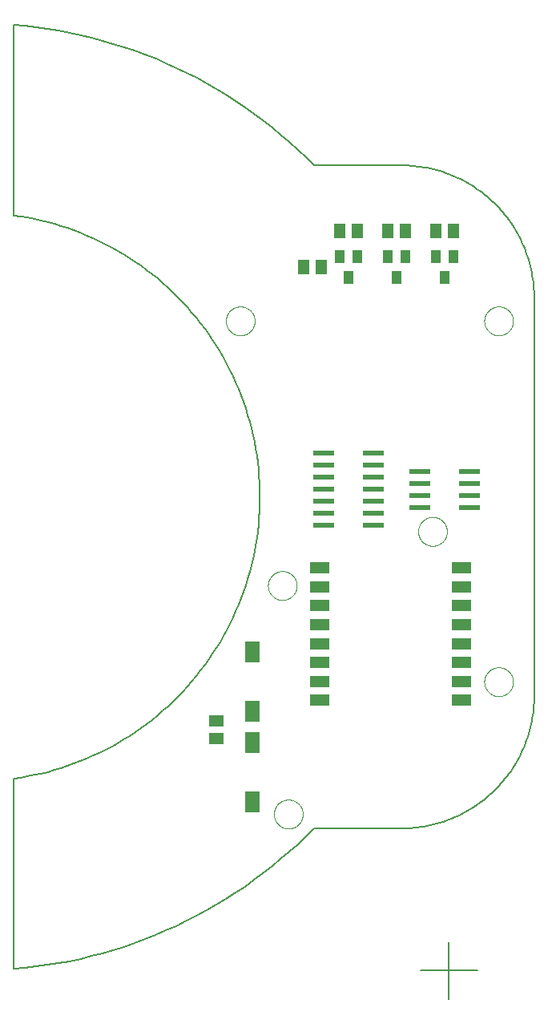
<source format=gtp>
G75*
%MOIN*%
%OFA0B0*%
%FSLAX25Y25*%
%IPPOS*%
%LPD*%
%AMOC8*
5,1,8,0,0,1.08239X$1,22.5*
%
%ADD10C,0.00600*%
%ADD11C,0.00000*%
%ADD12R,0.03937X0.05512*%
%ADD13R,0.05118X0.05906*%
%ADD14R,0.08661X0.02362*%
%ADD15R,0.07874X0.04724*%
%ADD16R,0.06299X0.09055*%
%ADD17R,0.05906X0.05118*%
D10*
X0001300Y0013742D02*
X0001300Y0092906D01*
X0001300Y0013742D02*
X0005974Y0014173D01*
X0010636Y0014716D01*
X0015284Y0015369D01*
X0019914Y0016133D01*
X0024526Y0017008D01*
X0029115Y0017992D01*
X0033680Y0019085D01*
X0038217Y0020287D01*
X0042724Y0021596D01*
X0047198Y0023013D01*
X0051638Y0024536D01*
X0056040Y0026164D01*
X0060402Y0027897D01*
X0064721Y0029733D01*
X0068996Y0031672D01*
X0073223Y0033712D01*
X0077400Y0035852D01*
X0081525Y0038091D01*
X0085595Y0040428D01*
X0089609Y0042862D01*
X0093563Y0045390D01*
X0097456Y0048012D01*
X0101285Y0050726D01*
X0105049Y0053531D01*
X0108744Y0056424D01*
X0112370Y0059405D01*
X0115923Y0062471D01*
X0119403Y0065621D01*
X0122806Y0068854D01*
X0126131Y0072166D01*
X0162717Y0072166D01*
X0182402Y0024922D02*
X0182402Y0001300D01*
X0170591Y0013111D02*
X0194213Y0013111D01*
X0217835Y0127284D02*
X0217835Y0292639D01*
X0217819Y0293971D01*
X0217771Y0295302D01*
X0217690Y0296631D01*
X0217578Y0297959D01*
X0217433Y0299283D01*
X0217257Y0300603D01*
X0217048Y0301919D01*
X0216808Y0303229D01*
X0216536Y0304533D01*
X0216233Y0305830D01*
X0215899Y0307119D01*
X0215534Y0308400D01*
X0215137Y0309671D01*
X0214710Y0310933D01*
X0214253Y0312184D01*
X0213766Y0313424D01*
X0213249Y0314651D01*
X0212702Y0315866D01*
X0212126Y0317067D01*
X0211522Y0318254D01*
X0210888Y0319425D01*
X0210227Y0320582D01*
X0209538Y0321721D01*
X0208822Y0322844D01*
X0208078Y0323950D01*
X0207308Y0325037D01*
X0206513Y0326105D01*
X0205691Y0327153D01*
X0204845Y0328181D01*
X0203973Y0329189D01*
X0203078Y0330175D01*
X0202159Y0331140D01*
X0201218Y0332081D01*
X0200253Y0333000D01*
X0199267Y0333895D01*
X0198259Y0334767D01*
X0197231Y0335613D01*
X0196183Y0336435D01*
X0195115Y0337230D01*
X0194028Y0338000D01*
X0192922Y0338744D01*
X0191799Y0339460D01*
X0190660Y0340149D01*
X0189503Y0340810D01*
X0188332Y0341444D01*
X0187145Y0342048D01*
X0185944Y0342624D01*
X0184729Y0343171D01*
X0183502Y0343688D01*
X0182262Y0344175D01*
X0181011Y0344632D01*
X0179749Y0345059D01*
X0178478Y0345456D01*
X0177197Y0345821D01*
X0175908Y0346155D01*
X0174611Y0346458D01*
X0173307Y0346730D01*
X0171997Y0346970D01*
X0170681Y0347179D01*
X0169361Y0347355D01*
X0168037Y0347500D01*
X0166709Y0347612D01*
X0165380Y0347693D01*
X0164049Y0347741D01*
X0162717Y0347757D01*
X0126131Y0347757D01*
X0217835Y0127284D02*
X0217819Y0125952D01*
X0217771Y0124621D01*
X0217690Y0123292D01*
X0217578Y0121964D01*
X0217433Y0120640D01*
X0217257Y0119320D01*
X0217048Y0118004D01*
X0216808Y0116694D01*
X0216536Y0115390D01*
X0216233Y0114093D01*
X0215899Y0112804D01*
X0215534Y0111523D01*
X0215137Y0110252D01*
X0214710Y0108990D01*
X0214253Y0107739D01*
X0213766Y0106499D01*
X0213249Y0105272D01*
X0212702Y0104057D01*
X0212126Y0102856D01*
X0211522Y0101669D01*
X0210888Y0100498D01*
X0210227Y0099341D01*
X0209538Y0098202D01*
X0208822Y0097079D01*
X0208078Y0095973D01*
X0207308Y0094886D01*
X0206513Y0093818D01*
X0205691Y0092770D01*
X0204845Y0091742D01*
X0203973Y0090734D01*
X0203078Y0089748D01*
X0202159Y0088783D01*
X0201218Y0087842D01*
X0200253Y0086923D01*
X0199267Y0086028D01*
X0198259Y0085156D01*
X0197231Y0084310D01*
X0196183Y0083488D01*
X0195115Y0082693D01*
X0194028Y0081923D01*
X0192922Y0081179D01*
X0191799Y0080463D01*
X0190660Y0079774D01*
X0189503Y0079113D01*
X0188332Y0078479D01*
X0187145Y0077875D01*
X0185944Y0077299D01*
X0184729Y0076752D01*
X0183502Y0076235D01*
X0182262Y0075748D01*
X0181011Y0075291D01*
X0179749Y0074864D01*
X0178478Y0074467D01*
X0177197Y0074102D01*
X0175908Y0073768D01*
X0174611Y0073465D01*
X0173307Y0073193D01*
X0171997Y0072953D01*
X0170681Y0072744D01*
X0169361Y0072568D01*
X0168037Y0072423D01*
X0166709Y0072311D01*
X0165380Y0072230D01*
X0164049Y0072182D01*
X0162717Y0072166D01*
X0001300Y0092906D02*
X0004146Y0093324D01*
X0006981Y0093811D01*
X0009804Y0094368D01*
X0012612Y0094993D01*
X0015404Y0095686D01*
X0018178Y0096447D01*
X0020933Y0097275D01*
X0023667Y0098170D01*
X0026378Y0099131D01*
X0029065Y0100159D01*
X0031727Y0101251D01*
X0034361Y0102408D01*
X0036965Y0103628D01*
X0039540Y0104912D01*
X0042082Y0106258D01*
X0044591Y0107666D01*
X0047065Y0109134D01*
X0049502Y0110662D01*
X0051902Y0112249D01*
X0054262Y0113894D01*
X0056581Y0115596D01*
X0058858Y0117353D01*
X0061092Y0119166D01*
X0063281Y0121033D01*
X0065424Y0122952D01*
X0067519Y0124923D01*
X0069566Y0126945D01*
X0071563Y0129016D01*
X0073509Y0131134D01*
X0075402Y0133300D01*
X0077243Y0135511D01*
X0079029Y0137766D01*
X0080759Y0140064D01*
X0082433Y0142404D01*
X0084050Y0144783D01*
X0085608Y0147201D01*
X0087107Y0149657D01*
X0088545Y0152148D01*
X0089923Y0154674D01*
X0091238Y0157232D01*
X0092491Y0159821D01*
X0093681Y0162441D01*
X0094806Y0165088D01*
X0095866Y0167763D01*
X0096861Y0170462D01*
X0097790Y0173184D01*
X0098653Y0175929D01*
X0099448Y0178693D01*
X0100176Y0181477D01*
X0100835Y0184277D01*
X0101427Y0187092D01*
X0101949Y0189921D01*
X0102403Y0192762D01*
X0102787Y0195612D01*
X0103102Y0198472D01*
X0103347Y0201338D01*
X0103522Y0204210D01*
X0103627Y0207084D01*
X0103662Y0209961D01*
X0103627Y0212838D01*
X0103522Y0215712D01*
X0103347Y0218584D01*
X0103102Y0221450D01*
X0102787Y0224310D01*
X0102403Y0227160D01*
X0101949Y0230001D01*
X0101427Y0232830D01*
X0100835Y0235645D01*
X0100176Y0238445D01*
X0099448Y0241229D01*
X0098653Y0243993D01*
X0097790Y0246738D01*
X0096861Y0249460D01*
X0095866Y0252159D01*
X0094806Y0254834D01*
X0093681Y0257481D01*
X0092491Y0260101D01*
X0091238Y0262690D01*
X0089923Y0265248D01*
X0088545Y0267774D01*
X0087107Y0270265D01*
X0085608Y0272721D01*
X0084050Y0275139D01*
X0082433Y0277518D01*
X0080759Y0279858D01*
X0079029Y0282156D01*
X0077243Y0284411D01*
X0075402Y0286622D01*
X0073509Y0288788D01*
X0071563Y0290906D01*
X0069566Y0292977D01*
X0067519Y0294999D01*
X0065424Y0296970D01*
X0063281Y0298889D01*
X0061092Y0300756D01*
X0058858Y0302569D01*
X0056581Y0304326D01*
X0054262Y0306028D01*
X0051902Y0307673D01*
X0049502Y0309260D01*
X0047065Y0310788D01*
X0044591Y0312256D01*
X0042082Y0313664D01*
X0039540Y0315010D01*
X0036965Y0316294D01*
X0034361Y0317514D01*
X0031727Y0318671D01*
X0029065Y0319763D01*
X0026378Y0320791D01*
X0023667Y0321752D01*
X0020933Y0322647D01*
X0018178Y0323475D01*
X0015404Y0324236D01*
X0012612Y0324929D01*
X0009804Y0325554D01*
X0006981Y0326111D01*
X0004146Y0326598D01*
X0001300Y0327016D01*
X0001300Y0327017D02*
X0001300Y0406220D01*
X0005974Y0405787D01*
X0010636Y0405244D01*
X0015285Y0404589D01*
X0019916Y0403823D01*
X0024528Y0402948D01*
X0029117Y0401962D01*
X0033682Y0400868D01*
X0038219Y0399665D01*
X0042726Y0398354D01*
X0047201Y0396936D01*
X0051641Y0395412D01*
X0056043Y0393782D01*
X0060405Y0392048D01*
X0064725Y0390210D01*
X0068999Y0388270D01*
X0073226Y0386229D01*
X0077403Y0384087D01*
X0081528Y0381847D01*
X0085598Y0379508D01*
X0089612Y0377074D01*
X0093566Y0374544D01*
X0097458Y0371921D01*
X0101288Y0369205D01*
X0105051Y0366400D01*
X0108746Y0363505D01*
X0112371Y0360523D01*
X0115924Y0357455D01*
X0119403Y0354304D01*
X0122806Y0351070D01*
X0126131Y0347756D01*
D11*
X0089552Y0283111D02*
X0089554Y0283265D01*
X0089560Y0283420D01*
X0089570Y0283574D01*
X0089584Y0283728D01*
X0089602Y0283881D01*
X0089623Y0284034D01*
X0089649Y0284187D01*
X0089679Y0284338D01*
X0089712Y0284489D01*
X0089750Y0284639D01*
X0089791Y0284788D01*
X0089836Y0284936D01*
X0089885Y0285082D01*
X0089938Y0285228D01*
X0089994Y0285371D01*
X0090054Y0285514D01*
X0090118Y0285654D01*
X0090185Y0285794D01*
X0090256Y0285931D01*
X0090330Y0286066D01*
X0090408Y0286200D01*
X0090489Y0286331D01*
X0090574Y0286460D01*
X0090662Y0286588D01*
X0090753Y0286712D01*
X0090847Y0286835D01*
X0090945Y0286955D01*
X0091045Y0287072D01*
X0091149Y0287187D01*
X0091255Y0287299D01*
X0091364Y0287408D01*
X0091476Y0287514D01*
X0091591Y0287618D01*
X0091708Y0287718D01*
X0091828Y0287816D01*
X0091951Y0287910D01*
X0092075Y0288001D01*
X0092203Y0288089D01*
X0092332Y0288174D01*
X0092463Y0288255D01*
X0092597Y0288333D01*
X0092732Y0288407D01*
X0092869Y0288478D01*
X0093009Y0288545D01*
X0093149Y0288609D01*
X0093292Y0288669D01*
X0093435Y0288725D01*
X0093581Y0288778D01*
X0093727Y0288827D01*
X0093875Y0288872D01*
X0094024Y0288913D01*
X0094174Y0288951D01*
X0094325Y0288984D01*
X0094476Y0289014D01*
X0094629Y0289040D01*
X0094782Y0289061D01*
X0094935Y0289079D01*
X0095089Y0289093D01*
X0095243Y0289103D01*
X0095398Y0289109D01*
X0095552Y0289111D01*
X0095706Y0289109D01*
X0095861Y0289103D01*
X0096015Y0289093D01*
X0096169Y0289079D01*
X0096322Y0289061D01*
X0096475Y0289040D01*
X0096628Y0289014D01*
X0096779Y0288984D01*
X0096930Y0288951D01*
X0097080Y0288913D01*
X0097229Y0288872D01*
X0097377Y0288827D01*
X0097523Y0288778D01*
X0097669Y0288725D01*
X0097812Y0288669D01*
X0097955Y0288609D01*
X0098095Y0288545D01*
X0098235Y0288478D01*
X0098372Y0288407D01*
X0098507Y0288333D01*
X0098641Y0288255D01*
X0098772Y0288174D01*
X0098901Y0288089D01*
X0099029Y0288001D01*
X0099153Y0287910D01*
X0099276Y0287816D01*
X0099396Y0287718D01*
X0099513Y0287618D01*
X0099628Y0287514D01*
X0099740Y0287408D01*
X0099849Y0287299D01*
X0099955Y0287187D01*
X0100059Y0287072D01*
X0100159Y0286955D01*
X0100257Y0286835D01*
X0100351Y0286712D01*
X0100442Y0286588D01*
X0100530Y0286460D01*
X0100615Y0286331D01*
X0100696Y0286200D01*
X0100774Y0286066D01*
X0100848Y0285931D01*
X0100919Y0285794D01*
X0100986Y0285654D01*
X0101050Y0285514D01*
X0101110Y0285371D01*
X0101166Y0285228D01*
X0101219Y0285082D01*
X0101268Y0284936D01*
X0101313Y0284788D01*
X0101354Y0284639D01*
X0101392Y0284489D01*
X0101425Y0284338D01*
X0101455Y0284187D01*
X0101481Y0284034D01*
X0101502Y0283881D01*
X0101520Y0283728D01*
X0101534Y0283574D01*
X0101544Y0283420D01*
X0101550Y0283265D01*
X0101552Y0283111D01*
X0101550Y0282957D01*
X0101544Y0282802D01*
X0101534Y0282648D01*
X0101520Y0282494D01*
X0101502Y0282341D01*
X0101481Y0282188D01*
X0101455Y0282035D01*
X0101425Y0281884D01*
X0101392Y0281733D01*
X0101354Y0281583D01*
X0101313Y0281434D01*
X0101268Y0281286D01*
X0101219Y0281140D01*
X0101166Y0280994D01*
X0101110Y0280851D01*
X0101050Y0280708D01*
X0100986Y0280568D01*
X0100919Y0280428D01*
X0100848Y0280291D01*
X0100774Y0280156D01*
X0100696Y0280022D01*
X0100615Y0279891D01*
X0100530Y0279762D01*
X0100442Y0279634D01*
X0100351Y0279510D01*
X0100257Y0279387D01*
X0100159Y0279267D01*
X0100059Y0279150D01*
X0099955Y0279035D01*
X0099849Y0278923D01*
X0099740Y0278814D01*
X0099628Y0278708D01*
X0099513Y0278604D01*
X0099396Y0278504D01*
X0099276Y0278406D01*
X0099153Y0278312D01*
X0099029Y0278221D01*
X0098901Y0278133D01*
X0098772Y0278048D01*
X0098641Y0277967D01*
X0098507Y0277889D01*
X0098372Y0277815D01*
X0098235Y0277744D01*
X0098095Y0277677D01*
X0097955Y0277613D01*
X0097812Y0277553D01*
X0097669Y0277497D01*
X0097523Y0277444D01*
X0097377Y0277395D01*
X0097229Y0277350D01*
X0097080Y0277309D01*
X0096930Y0277271D01*
X0096779Y0277238D01*
X0096628Y0277208D01*
X0096475Y0277182D01*
X0096322Y0277161D01*
X0096169Y0277143D01*
X0096015Y0277129D01*
X0095861Y0277119D01*
X0095706Y0277113D01*
X0095552Y0277111D01*
X0095398Y0277113D01*
X0095243Y0277119D01*
X0095089Y0277129D01*
X0094935Y0277143D01*
X0094782Y0277161D01*
X0094629Y0277182D01*
X0094476Y0277208D01*
X0094325Y0277238D01*
X0094174Y0277271D01*
X0094024Y0277309D01*
X0093875Y0277350D01*
X0093727Y0277395D01*
X0093581Y0277444D01*
X0093435Y0277497D01*
X0093292Y0277553D01*
X0093149Y0277613D01*
X0093009Y0277677D01*
X0092869Y0277744D01*
X0092732Y0277815D01*
X0092597Y0277889D01*
X0092463Y0277967D01*
X0092332Y0278048D01*
X0092203Y0278133D01*
X0092075Y0278221D01*
X0091951Y0278312D01*
X0091828Y0278406D01*
X0091708Y0278504D01*
X0091591Y0278604D01*
X0091476Y0278708D01*
X0091364Y0278814D01*
X0091255Y0278923D01*
X0091149Y0279035D01*
X0091045Y0279150D01*
X0090945Y0279267D01*
X0090847Y0279387D01*
X0090753Y0279510D01*
X0090662Y0279634D01*
X0090574Y0279762D01*
X0090489Y0279891D01*
X0090408Y0280022D01*
X0090330Y0280156D01*
X0090256Y0280291D01*
X0090185Y0280428D01*
X0090118Y0280568D01*
X0090054Y0280708D01*
X0089994Y0280851D01*
X0089938Y0280994D01*
X0089885Y0281140D01*
X0089836Y0281286D01*
X0089791Y0281434D01*
X0089750Y0281583D01*
X0089712Y0281733D01*
X0089679Y0281884D01*
X0089649Y0282035D01*
X0089623Y0282188D01*
X0089602Y0282341D01*
X0089584Y0282494D01*
X0089570Y0282648D01*
X0089560Y0282802D01*
X0089554Y0282957D01*
X0089552Y0283111D01*
X0107052Y0173111D02*
X0107054Y0173265D01*
X0107060Y0173420D01*
X0107070Y0173574D01*
X0107084Y0173728D01*
X0107102Y0173881D01*
X0107123Y0174034D01*
X0107149Y0174187D01*
X0107179Y0174338D01*
X0107212Y0174489D01*
X0107250Y0174639D01*
X0107291Y0174788D01*
X0107336Y0174936D01*
X0107385Y0175082D01*
X0107438Y0175228D01*
X0107494Y0175371D01*
X0107554Y0175514D01*
X0107618Y0175654D01*
X0107685Y0175794D01*
X0107756Y0175931D01*
X0107830Y0176066D01*
X0107908Y0176200D01*
X0107989Y0176331D01*
X0108074Y0176460D01*
X0108162Y0176588D01*
X0108253Y0176712D01*
X0108347Y0176835D01*
X0108445Y0176955D01*
X0108545Y0177072D01*
X0108649Y0177187D01*
X0108755Y0177299D01*
X0108864Y0177408D01*
X0108976Y0177514D01*
X0109091Y0177618D01*
X0109208Y0177718D01*
X0109328Y0177816D01*
X0109451Y0177910D01*
X0109575Y0178001D01*
X0109703Y0178089D01*
X0109832Y0178174D01*
X0109963Y0178255D01*
X0110097Y0178333D01*
X0110232Y0178407D01*
X0110369Y0178478D01*
X0110509Y0178545D01*
X0110649Y0178609D01*
X0110792Y0178669D01*
X0110935Y0178725D01*
X0111081Y0178778D01*
X0111227Y0178827D01*
X0111375Y0178872D01*
X0111524Y0178913D01*
X0111674Y0178951D01*
X0111825Y0178984D01*
X0111976Y0179014D01*
X0112129Y0179040D01*
X0112282Y0179061D01*
X0112435Y0179079D01*
X0112589Y0179093D01*
X0112743Y0179103D01*
X0112898Y0179109D01*
X0113052Y0179111D01*
X0113206Y0179109D01*
X0113361Y0179103D01*
X0113515Y0179093D01*
X0113669Y0179079D01*
X0113822Y0179061D01*
X0113975Y0179040D01*
X0114128Y0179014D01*
X0114279Y0178984D01*
X0114430Y0178951D01*
X0114580Y0178913D01*
X0114729Y0178872D01*
X0114877Y0178827D01*
X0115023Y0178778D01*
X0115169Y0178725D01*
X0115312Y0178669D01*
X0115455Y0178609D01*
X0115595Y0178545D01*
X0115735Y0178478D01*
X0115872Y0178407D01*
X0116007Y0178333D01*
X0116141Y0178255D01*
X0116272Y0178174D01*
X0116401Y0178089D01*
X0116529Y0178001D01*
X0116653Y0177910D01*
X0116776Y0177816D01*
X0116896Y0177718D01*
X0117013Y0177618D01*
X0117128Y0177514D01*
X0117240Y0177408D01*
X0117349Y0177299D01*
X0117455Y0177187D01*
X0117559Y0177072D01*
X0117659Y0176955D01*
X0117757Y0176835D01*
X0117851Y0176712D01*
X0117942Y0176588D01*
X0118030Y0176460D01*
X0118115Y0176331D01*
X0118196Y0176200D01*
X0118274Y0176066D01*
X0118348Y0175931D01*
X0118419Y0175794D01*
X0118486Y0175654D01*
X0118550Y0175514D01*
X0118610Y0175371D01*
X0118666Y0175228D01*
X0118719Y0175082D01*
X0118768Y0174936D01*
X0118813Y0174788D01*
X0118854Y0174639D01*
X0118892Y0174489D01*
X0118925Y0174338D01*
X0118955Y0174187D01*
X0118981Y0174034D01*
X0119002Y0173881D01*
X0119020Y0173728D01*
X0119034Y0173574D01*
X0119044Y0173420D01*
X0119050Y0173265D01*
X0119052Y0173111D01*
X0119050Y0172957D01*
X0119044Y0172802D01*
X0119034Y0172648D01*
X0119020Y0172494D01*
X0119002Y0172341D01*
X0118981Y0172188D01*
X0118955Y0172035D01*
X0118925Y0171884D01*
X0118892Y0171733D01*
X0118854Y0171583D01*
X0118813Y0171434D01*
X0118768Y0171286D01*
X0118719Y0171140D01*
X0118666Y0170994D01*
X0118610Y0170851D01*
X0118550Y0170708D01*
X0118486Y0170568D01*
X0118419Y0170428D01*
X0118348Y0170291D01*
X0118274Y0170156D01*
X0118196Y0170022D01*
X0118115Y0169891D01*
X0118030Y0169762D01*
X0117942Y0169634D01*
X0117851Y0169510D01*
X0117757Y0169387D01*
X0117659Y0169267D01*
X0117559Y0169150D01*
X0117455Y0169035D01*
X0117349Y0168923D01*
X0117240Y0168814D01*
X0117128Y0168708D01*
X0117013Y0168604D01*
X0116896Y0168504D01*
X0116776Y0168406D01*
X0116653Y0168312D01*
X0116529Y0168221D01*
X0116401Y0168133D01*
X0116272Y0168048D01*
X0116141Y0167967D01*
X0116007Y0167889D01*
X0115872Y0167815D01*
X0115735Y0167744D01*
X0115595Y0167677D01*
X0115455Y0167613D01*
X0115312Y0167553D01*
X0115169Y0167497D01*
X0115023Y0167444D01*
X0114877Y0167395D01*
X0114729Y0167350D01*
X0114580Y0167309D01*
X0114430Y0167271D01*
X0114279Y0167238D01*
X0114128Y0167208D01*
X0113975Y0167182D01*
X0113822Y0167161D01*
X0113669Y0167143D01*
X0113515Y0167129D01*
X0113361Y0167119D01*
X0113206Y0167113D01*
X0113052Y0167111D01*
X0112898Y0167113D01*
X0112743Y0167119D01*
X0112589Y0167129D01*
X0112435Y0167143D01*
X0112282Y0167161D01*
X0112129Y0167182D01*
X0111976Y0167208D01*
X0111825Y0167238D01*
X0111674Y0167271D01*
X0111524Y0167309D01*
X0111375Y0167350D01*
X0111227Y0167395D01*
X0111081Y0167444D01*
X0110935Y0167497D01*
X0110792Y0167553D01*
X0110649Y0167613D01*
X0110509Y0167677D01*
X0110369Y0167744D01*
X0110232Y0167815D01*
X0110097Y0167889D01*
X0109963Y0167967D01*
X0109832Y0168048D01*
X0109703Y0168133D01*
X0109575Y0168221D01*
X0109451Y0168312D01*
X0109328Y0168406D01*
X0109208Y0168504D01*
X0109091Y0168604D01*
X0108976Y0168708D01*
X0108864Y0168814D01*
X0108755Y0168923D01*
X0108649Y0169035D01*
X0108545Y0169150D01*
X0108445Y0169267D01*
X0108347Y0169387D01*
X0108253Y0169510D01*
X0108162Y0169634D01*
X0108074Y0169762D01*
X0107989Y0169891D01*
X0107908Y0170022D01*
X0107830Y0170156D01*
X0107756Y0170291D01*
X0107685Y0170428D01*
X0107618Y0170568D01*
X0107554Y0170708D01*
X0107494Y0170851D01*
X0107438Y0170994D01*
X0107385Y0171140D01*
X0107336Y0171286D01*
X0107291Y0171434D01*
X0107250Y0171583D01*
X0107212Y0171733D01*
X0107179Y0171884D01*
X0107149Y0172035D01*
X0107123Y0172188D01*
X0107102Y0172341D01*
X0107084Y0172494D01*
X0107070Y0172648D01*
X0107060Y0172802D01*
X0107054Y0172957D01*
X0107052Y0173111D01*
X0109552Y0078111D02*
X0109554Y0078265D01*
X0109560Y0078420D01*
X0109570Y0078574D01*
X0109584Y0078728D01*
X0109602Y0078881D01*
X0109623Y0079034D01*
X0109649Y0079187D01*
X0109679Y0079338D01*
X0109712Y0079489D01*
X0109750Y0079639D01*
X0109791Y0079788D01*
X0109836Y0079936D01*
X0109885Y0080082D01*
X0109938Y0080228D01*
X0109994Y0080371D01*
X0110054Y0080514D01*
X0110118Y0080654D01*
X0110185Y0080794D01*
X0110256Y0080931D01*
X0110330Y0081066D01*
X0110408Y0081200D01*
X0110489Y0081331D01*
X0110574Y0081460D01*
X0110662Y0081588D01*
X0110753Y0081712D01*
X0110847Y0081835D01*
X0110945Y0081955D01*
X0111045Y0082072D01*
X0111149Y0082187D01*
X0111255Y0082299D01*
X0111364Y0082408D01*
X0111476Y0082514D01*
X0111591Y0082618D01*
X0111708Y0082718D01*
X0111828Y0082816D01*
X0111951Y0082910D01*
X0112075Y0083001D01*
X0112203Y0083089D01*
X0112332Y0083174D01*
X0112463Y0083255D01*
X0112597Y0083333D01*
X0112732Y0083407D01*
X0112869Y0083478D01*
X0113009Y0083545D01*
X0113149Y0083609D01*
X0113292Y0083669D01*
X0113435Y0083725D01*
X0113581Y0083778D01*
X0113727Y0083827D01*
X0113875Y0083872D01*
X0114024Y0083913D01*
X0114174Y0083951D01*
X0114325Y0083984D01*
X0114476Y0084014D01*
X0114629Y0084040D01*
X0114782Y0084061D01*
X0114935Y0084079D01*
X0115089Y0084093D01*
X0115243Y0084103D01*
X0115398Y0084109D01*
X0115552Y0084111D01*
X0115706Y0084109D01*
X0115861Y0084103D01*
X0116015Y0084093D01*
X0116169Y0084079D01*
X0116322Y0084061D01*
X0116475Y0084040D01*
X0116628Y0084014D01*
X0116779Y0083984D01*
X0116930Y0083951D01*
X0117080Y0083913D01*
X0117229Y0083872D01*
X0117377Y0083827D01*
X0117523Y0083778D01*
X0117669Y0083725D01*
X0117812Y0083669D01*
X0117955Y0083609D01*
X0118095Y0083545D01*
X0118235Y0083478D01*
X0118372Y0083407D01*
X0118507Y0083333D01*
X0118641Y0083255D01*
X0118772Y0083174D01*
X0118901Y0083089D01*
X0119029Y0083001D01*
X0119153Y0082910D01*
X0119276Y0082816D01*
X0119396Y0082718D01*
X0119513Y0082618D01*
X0119628Y0082514D01*
X0119740Y0082408D01*
X0119849Y0082299D01*
X0119955Y0082187D01*
X0120059Y0082072D01*
X0120159Y0081955D01*
X0120257Y0081835D01*
X0120351Y0081712D01*
X0120442Y0081588D01*
X0120530Y0081460D01*
X0120615Y0081331D01*
X0120696Y0081200D01*
X0120774Y0081066D01*
X0120848Y0080931D01*
X0120919Y0080794D01*
X0120986Y0080654D01*
X0121050Y0080514D01*
X0121110Y0080371D01*
X0121166Y0080228D01*
X0121219Y0080082D01*
X0121268Y0079936D01*
X0121313Y0079788D01*
X0121354Y0079639D01*
X0121392Y0079489D01*
X0121425Y0079338D01*
X0121455Y0079187D01*
X0121481Y0079034D01*
X0121502Y0078881D01*
X0121520Y0078728D01*
X0121534Y0078574D01*
X0121544Y0078420D01*
X0121550Y0078265D01*
X0121552Y0078111D01*
X0121550Y0077957D01*
X0121544Y0077802D01*
X0121534Y0077648D01*
X0121520Y0077494D01*
X0121502Y0077341D01*
X0121481Y0077188D01*
X0121455Y0077035D01*
X0121425Y0076884D01*
X0121392Y0076733D01*
X0121354Y0076583D01*
X0121313Y0076434D01*
X0121268Y0076286D01*
X0121219Y0076140D01*
X0121166Y0075994D01*
X0121110Y0075851D01*
X0121050Y0075708D01*
X0120986Y0075568D01*
X0120919Y0075428D01*
X0120848Y0075291D01*
X0120774Y0075156D01*
X0120696Y0075022D01*
X0120615Y0074891D01*
X0120530Y0074762D01*
X0120442Y0074634D01*
X0120351Y0074510D01*
X0120257Y0074387D01*
X0120159Y0074267D01*
X0120059Y0074150D01*
X0119955Y0074035D01*
X0119849Y0073923D01*
X0119740Y0073814D01*
X0119628Y0073708D01*
X0119513Y0073604D01*
X0119396Y0073504D01*
X0119276Y0073406D01*
X0119153Y0073312D01*
X0119029Y0073221D01*
X0118901Y0073133D01*
X0118772Y0073048D01*
X0118641Y0072967D01*
X0118507Y0072889D01*
X0118372Y0072815D01*
X0118235Y0072744D01*
X0118095Y0072677D01*
X0117955Y0072613D01*
X0117812Y0072553D01*
X0117669Y0072497D01*
X0117523Y0072444D01*
X0117377Y0072395D01*
X0117229Y0072350D01*
X0117080Y0072309D01*
X0116930Y0072271D01*
X0116779Y0072238D01*
X0116628Y0072208D01*
X0116475Y0072182D01*
X0116322Y0072161D01*
X0116169Y0072143D01*
X0116015Y0072129D01*
X0115861Y0072119D01*
X0115706Y0072113D01*
X0115552Y0072111D01*
X0115398Y0072113D01*
X0115243Y0072119D01*
X0115089Y0072129D01*
X0114935Y0072143D01*
X0114782Y0072161D01*
X0114629Y0072182D01*
X0114476Y0072208D01*
X0114325Y0072238D01*
X0114174Y0072271D01*
X0114024Y0072309D01*
X0113875Y0072350D01*
X0113727Y0072395D01*
X0113581Y0072444D01*
X0113435Y0072497D01*
X0113292Y0072553D01*
X0113149Y0072613D01*
X0113009Y0072677D01*
X0112869Y0072744D01*
X0112732Y0072815D01*
X0112597Y0072889D01*
X0112463Y0072967D01*
X0112332Y0073048D01*
X0112203Y0073133D01*
X0112075Y0073221D01*
X0111951Y0073312D01*
X0111828Y0073406D01*
X0111708Y0073504D01*
X0111591Y0073604D01*
X0111476Y0073708D01*
X0111364Y0073814D01*
X0111255Y0073923D01*
X0111149Y0074035D01*
X0111045Y0074150D01*
X0110945Y0074267D01*
X0110847Y0074387D01*
X0110753Y0074510D01*
X0110662Y0074634D01*
X0110574Y0074762D01*
X0110489Y0074891D01*
X0110408Y0075022D01*
X0110330Y0075156D01*
X0110256Y0075291D01*
X0110185Y0075428D01*
X0110118Y0075568D01*
X0110054Y0075708D01*
X0109994Y0075851D01*
X0109938Y0075994D01*
X0109885Y0076140D01*
X0109836Y0076286D01*
X0109791Y0076434D01*
X0109750Y0076583D01*
X0109712Y0076733D01*
X0109679Y0076884D01*
X0109649Y0077035D01*
X0109623Y0077188D01*
X0109602Y0077341D01*
X0109584Y0077494D01*
X0109570Y0077648D01*
X0109560Y0077802D01*
X0109554Y0077957D01*
X0109552Y0078111D01*
X0169552Y0195611D02*
X0169554Y0195765D01*
X0169560Y0195920D01*
X0169570Y0196074D01*
X0169584Y0196228D01*
X0169602Y0196381D01*
X0169623Y0196534D01*
X0169649Y0196687D01*
X0169679Y0196838D01*
X0169712Y0196989D01*
X0169750Y0197139D01*
X0169791Y0197288D01*
X0169836Y0197436D01*
X0169885Y0197582D01*
X0169938Y0197728D01*
X0169994Y0197871D01*
X0170054Y0198014D01*
X0170118Y0198154D01*
X0170185Y0198294D01*
X0170256Y0198431D01*
X0170330Y0198566D01*
X0170408Y0198700D01*
X0170489Y0198831D01*
X0170574Y0198960D01*
X0170662Y0199088D01*
X0170753Y0199212D01*
X0170847Y0199335D01*
X0170945Y0199455D01*
X0171045Y0199572D01*
X0171149Y0199687D01*
X0171255Y0199799D01*
X0171364Y0199908D01*
X0171476Y0200014D01*
X0171591Y0200118D01*
X0171708Y0200218D01*
X0171828Y0200316D01*
X0171951Y0200410D01*
X0172075Y0200501D01*
X0172203Y0200589D01*
X0172332Y0200674D01*
X0172463Y0200755D01*
X0172597Y0200833D01*
X0172732Y0200907D01*
X0172869Y0200978D01*
X0173009Y0201045D01*
X0173149Y0201109D01*
X0173292Y0201169D01*
X0173435Y0201225D01*
X0173581Y0201278D01*
X0173727Y0201327D01*
X0173875Y0201372D01*
X0174024Y0201413D01*
X0174174Y0201451D01*
X0174325Y0201484D01*
X0174476Y0201514D01*
X0174629Y0201540D01*
X0174782Y0201561D01*
X0174935Y0201579D01*
X0175089Y0201593D01*
X0175243Y0201603D01*
X0175398Y0201609D01*
X0175552Y0201611D01*
X0175706Y0201609D01*
X0175861Y0201603D01*
X0176015Y0201593D01*
X0176169Y0201579D01*
X0176322Y0201561D01*
X0176475Y0201540D01*
X0176628Y0201514D01*
X0176779Y0201484D01*
X0176930Y0201451D01*
X0177080Y0201413D01*
X0177229Y0201372D01*
X0177377Y0201327D01*
X0177523Y0201278D01*
X0177669Y0201225D01*
X0177812Y0201169D01*
X0177955Y0201109D01*
X0178095Y0201045D01*
X0178235Y0200978D01*
X0178372Y0200907D01*
X0178507Y0200833D01*
X0178641Y0200755D01*
X0178772Y0200674D01*
X0178901Y0200589D01*
X0179029Y0200501D01*
X0179153Y0200410D01*
X0179276Y0200316D01*
X0179396Y0200218D01*
X0179513Y0200118D01*
X0179628Y0200014D01*
X0179740Y0199908D01*
X0179849Y0199799D01*
X0179955Y0199687D01*
X0180059Y0199572D01*
X0180159Y0199455D01*
X0180257Y0199335D01*
X0180351Y0199212D01*
X0180442Y0199088D01*
X0180530Y0198960D01*
X0180615Y0198831D01*
X0180696Y0198700D01*
X0180774Y0198566D01*
X0180848Y0198431D01*
X0180919Y0198294D01*
X0180986Y0198154D01*
X0181050Y0198014D01*
X0181110Y0197871D01*
X0181166Y0197728D01*
X0181219Y0197582D01*
X0181268Y0197436D01*
X0181313Y0197288D01*
X0181354Y0197139D01*
X0181392Y0196989D01*
X0181425Y0196838D01*
X0181455Y0196687D01*
X0181481Y0196534D01*
X0181502Y0196381D01*
X0181520Y0196228D01*
X0181534Y0196074D01*
X0181544Y0195920D01*
X0181550Y0195765D01*
X0181552Y0195611D01*
X0181550Y0195457D01*
X0181544Y0195302D01*
X0181534Y0195148D01*
X0181520Y0194994D01*
X0181502Y0194841D01*
X0181481Y0194688D01*
X0181455Y0194535D01*
X0181425Y0194384D01*
X0181392Y0194233D01*
X0181354Y0194083D01*
X0181313Y0193934D01*
X0181268Y0193786D01*
X0181219Y0193640D01*
X0181166Y0193494D01*
X0181110Y0193351D01*
X0181050Y0193208D01*
X0180986Y0193068D01*
X0180919Y0192928D01*
X0180848Y0192791D01*
X0180774Y0192656D01*
X0180696Y0192522D01*
X0180615Y0192391D01*
X0180530Y0192262D01*
X0180442Y0192134D01*
X0180351Y0192010D01*
X0180257Y0191887D01*
X0180159Y0191767D01*
X0180059Y0191650D01*
X0179955Y0191535D01*
X0179849Y0191423D01*
X0179740Y0191314D01*
X0179628Y0191208D01*
X0179513Y0191104D01*
X0179396Y0191004D01*
X0179276Y0190906D01*
X0179153Y0190812D01*
X0179029Y0190721D01*
X0178901Y0190633D01*
X0178772Y0190548D01*
X0178641Y0190467D01*
X0178507Y0190389D01*
X0178372Y0190315D01*
X0178235Y0190244D01*
X0178095Y0190177D01*
X0177955Y0190113D01*
X0177812Y0190053D01*
X0177669Y0189997D01*
X0177523Y0189944D01*
X0177377Y0189895D01*
X0177229Y0189850D01*
X0177080Y0189809D01*
X0176930Y0189771D01*
X0176779Y0189738D01*
X0176628Y0189708D01*
X0176475Y0189682D01*
X0176322Y0189661D01*
X0176169Y0189643D01*
X0176015Y0189629D01*
X0175861Y0189619D01*
X0175706Y0189613D01*
X0175552Y0189611D01*
X0175398Y0189613D01*
X0175243Y0189619D01*
X0175089Y0189629D01*
X0174935Y0189643D01*
X0174782Y0189661D01*
X0174629Y0189682D01*
X0174476Y0189708D01*
X0174325Y0189738D01*
X0174174Y0189771D01*
X0174024Y0189809D01*
X0173875Y0189850D01*
X0173727Y0189895D01*
X0173581Y0189944D01*
X0173435Y0189997D01*
X0173292Y0190053D01*
X0173149Y0190113D01*
X0173009Y0190177D01*
X0172869Y0190244D01*
X0172732Y0190315D01*
X0172597Y0190389D01*
X0172463Y0190467D01*
X0172332Y0190548D01*
X0172203Y0190633D01*
X0172075Y0190721D01*
X0171951Y0190812D01*
X0171828Y0190906D01*
X0171708Y0191004D01*
X0171591Y0191104D01*
X0171476Y0191208D01*
X0171364Y0191314D01*
X0171255Y0191423D01*
X0171149Y0191535D01*
X0171045Y0191650D01*
X0170945Y0191767D01*
X0170847Y0191887D01*
X0170753Y0192010D01*
X0170662Y0192134D01*
X0170574Y0192262D01*
X0170489Y0192391D01*
X0170408Y0192522D01*
X0170330Y0192656D01*
X0170256Y0192791D01*
X0170185Y0192928D01*
X0170118Y0193068D01*
X0170054Y0193208D01*
X0169994Y0193351D01*
X0169938Y0193494D01*
X0169885Y0193640D01*
X0169836Y0193786D01*
X0169791Y0193934D01*
X0169750Y0194083D01*
X0169712Y0194233D01*
X0169679Y0194384D01*
X0169649Y0194535D01*
X0169623Y0194688D01*
X0169602Y0194841D01*
X0169584Y0194994D01*
X0169570Y0195148D01*
X0169560Y0195302D01*
X0169554Y0195457D01*
X0169552Y0195611D01*
X0197052Y0133111D02*
X0197054Y0133265D01*
X0197060Y0133420D01*
X0197070Y0133574D01*
X0197084Y0133728D01*
X0197102Y0133881D01*
X0197123Y0134034D01*
X0197149Y0134187D01*
X0197179Y0134338D01*
X0197212Y0134489D01*
X0197250Y0134639D01*
X0197291Y0134788D01*
X0197336Y0134936D01*
X0197385Y0135082D01*
X0197438Y0135228D01*
X0197494Y0135371D01*
X0197554Y0135514D01*
X0197618Y0135654D01*
X0197685Y0135794D01*
X0197756Y0135931D01*
X0197830Y0136066D01*
X0197908Y0136200D01*
X0197989Y0136331D01*
X0198074Y0136460D01*
X0198162Y0136588D01*
X0198253Y0136712D01*
X0198347Y0136835D01*
X0198445Y0136955D01*
X0198545Y0137072D01*
X0198649Y0137187D01*
X0198755Y0137299D01*
X0198864Y0137408D01*
X0198976Y0137514D01*
X0199091Y0137618D01*
X0199208Y0137718D01*
X0199328Y0137816D01*
X0199451Y0137910D01*
X0199575Y0138001D01*
X0199703Y0138089D01*
X0199832Y0138174D01*
X0199963Y0138255D01*
X0200097Y0138333D01*
X0200232Y0138407D01*
X0200369Y0138478D01*
X0200509Y0138545D01*
X0200649Y0138609D01*
X0200792Y0138669D01*
X0200935Y0138725D01*
X0201081Y0138778D01*
X0201227Y0138827D01*
X0201375Y0138872D01*
X0201524Y0138913D01*
X0201674Y0138951D01*
X0201825Y0138984D01*
X0201976Y0139014D01*
X0202129Y0139040D01*
X0202282Y0139061D01*
X0202435Y0139079D01*
X0202589Y0139093D01*
X0202743Y0139103D01*
X0202898Y0139109D01*
X0203052Y0139111D01*
X0203206Y0139109D01*
X0203361Y0139103D01*
X0203515Y0139093D01*
X0203669Y0139079D01*
X0203822Y0139061D01*
X0203975Y0139040D01*
X0204128Y0139014D01*
X0204279Y0138984D01*
X0204430Y0138951D01*
X0204580Y0138913D01*
X0204729Y0138872D01*
X0204877Y0138827D01*
X0205023Y0138778D01*
X0205169Y0138725D01*
X0205312Y0138669D01*
X0205455Y0138609D01*
X0205595Y0138545D01*
X0205735Y0138478D01*
X0205872Y0138407D01*
X0206007Y0138333D01*
X0206141Y0138255D01*
X0206272Y0138174D01*
X0206401Y0138089D01*
X0206529Y0138001D01*
X0206653Y0137910D01*
X0206776Y0137816D01*
X0206896Y0137718D01*
X0207013Y0137618D01*
X0207128Y0137514D01*
X0207240Y0137408D01*
X0207349Y0137299D01*
X0207455Y0137187D01*
X0207559Y0137072D01*
X0207659Y0136955D01*
X0207757Y0136835D01*
X0207851Y0136712D01*
X0207942Y0136588D01*
X0208030Y0136460D01*
X0208115Y0136331D01*
X0208196Y0136200D01*
X0208274Y0136066D01*
X0208348Y0135931D01*
X0208419Y0135794D01*
X0208486Y0135654D01*
X0208550Y0135514D01*
X0208610Y0135371D01*
X0208666Y0135228D01*
X0208719Y0135082D01*
X0208768Y0134936D01*
X0208813Y0134788D01*
X0208854Y0134639D01*
X0208892Y0134489D01*
X0208925Y0134338D01*
X0208955Y0134187D01*
X0208981Y0134034D01*
X0209002Y0133881D01*
X0209020Y0133728D01*
X0209034Y0133574D01*
X0209044Y0133420D01*
X0209050Y0133265D01*
X0209052Y0133111D01*
X0209050Y0132957D01*
X0209044Y0132802D01*
X0209034Y0132648D01*
X0209020Y0132494D01*
X0209002Y0132341D01*
X0208981Y0132188D01*
X0208955Y0132035D01*
X0208925Y0131884D01*
X0208892Y0131733D01*
X0208854Y0131583D01*
X0208813Y0131434D01*
X0208768Y0131286D01*
X0208719Y0131140D01*
X0208666Y0130994D01*
X0208610Y0130851D01*
X0208550Y0130708D01*
X0208486Y0130568D01*
X0208419Y0130428D01*
X0208348Y0130291D01*
X0208274Y0130156D01*
X0208196Y0130022D01*
X0208115Y0129891D01*
X0208030Y0129762D01*
X0207942Y0129634D01*
X0207851Y0129510D01*
X0207757Y0129387D01*
X0207659Y0129267D01*
X0207559Y0129150D01*
X0207455Y0129035D01*
X0207349Y0128923D01*
X0207240Y0128814D01*
X0207128Y0128708D01*
X0207013Y0128604D01*
X0206896Y0128504D01*
X0206776Y0128406D01*
X0206653Y0128312D01*
X0206529Y0128221D01*
X0206401Y0128133D01*
X0206272Y0128048D01*
X0206141Y0127967D01*
X0206007Y0127889D01*
X0205872Y0127815D01*
X0205735Y0127744D01*
X0205595Y0127677D01*
X0205455Y0127613D01*
X0205312Y0127553D01*
X0205169Y0127497D01*
X0205023Y0127444D01*
X0204877Y0127395D01*
X0204729Y0127350D01*
X0204580Y0127309D01*
X0204430Y0127271D01*
X0204279Y0127238D01*
X0204128Y0127208D01*
X0203975Y0127182D01*
X0203822Y0127161D01*
X0203669Y0127143D01*
X0203515Y0127129D01*
X0203361Y0127119D01*
X0203206Y0127113D01*
X0203052Y0127111D01*
X0202898Y0127113D01*
X0202743Y0127119D01*
X0202589Y0127129D01*
X0202435Y0127143D01*
X0202282Y0127161D01*
X0202129Y0127182D01*
X0201976Y0127208D01*
X0201825Y0127238D01*
X0201674Y0127271D01*
X0201524Y0127309D01*
X0201375Y0127350D01*
X0201227Y0127395D01*
X0201081Y0127444D01*
X0200935Y0127497D01*
X0200792Y0127553D01*
X0200649Y0127613D01*
X0200509Y0127677D01*
X0200369Y0127744D01*
X0200232Y0127815D01*
X0200097Y0127889D01*
X0199963Y0127967D01*
X0199832Y0128048D01*
X0199703Y0128133D01*
X0199575Y0128221D01*
X0199451Y0128312D01*
X0199328Y0128406D01*
X0199208Y0128504D01*
X0199091Y0128604D01*
X0198976Y0128708D01*
X0198864Y0128814D01*
X0198755Y0128923D01*
X0198649Y0129035D01*
X0198545Y0129150D01*
X0198445Y0129267D01*
X0198347Y0129387D01*
X0198253Y0129510D01*
X0198162Y0129634D01*
X0198074Y0129762D01*
X0197989Y0129891D01*
X0197908Y0130022D01*
X0197830Y0130156D01*
X0197756Y0130291D01*
X0197685Y0130428D01*
X0197618Y0130568D01*
X0197554Y0130708D01*
X0197494Y0130851D01*
X0197438Y0130994D01*
X0197385Y0131140D01*
X0197336Y0131286D01*
X0197291Y0131434D01*
X0197250Y0131583D01*
X0197212Y0131733D01*
X0197179Y0131884D01*
X0197149Y0132035D01*
X0197123Y0132188D01*
X0197102Y0132341D01*
X0197084Y0132494D01*
X0197070Y0132648D01*
X0197060Y0132802D01*
X0197054Y0132957D01*
X0197052Y0133111D01*
X0197052Y0283111D02*
X0197054Y0283265D01*
X0197060Y0283420D01*
X0197070Y0283574D01*
X0197084Y0283728D01*
X0197102Y0283881D01*
X0197123Y0284034D01*
X0197149Y0284187D01*
X0197179Y0284338D01*
X0197212Y0284489D01*
X0197250Y0284639D01*
X0197291Y0284788D01*
X0197336Y0284936D01*
X0197385Y0285082D01*
X0197438Y0285228D01*
X0197494Y0285371D01*
X0197554Y0285514D01*
X0197618Y0285654D01*
X0197685Y0285794D01*
X0197756Y0285931D01*
X0197830Y0286066D01*
X0197908Y0286200D01*
X0197989Y0286331D01*
X0198074Y0286460D01*
X0198162Y0286588D01*
X0198253Y0286712D01*
X0198347Y0286835D01*
X0198445Y0286955D01*
X0198545Y0287072D01*
X0198649Y0287187D01*
X0198755Y0287299D01*
X0198864Y0287408D01*
X0198976Y0287514D01*
X0199091Y0287618D01*
X0199208Y0287718D01*
X0199328Y0287816D01*
X0199451Y0287910D01*
X0199575Y0288001D01*
X0199703Y0288089D01*
X0199832Y0288174D01*
X0199963Y0288255D01*
X0200097Y0288333D01*
X0200232Y0288407D01*
X0200369Y0288478D01*
X0200509Y0288545D01*
X0200649Y0288609D01*
X0200792Y0288669D01*
X0200935Y0288725D01*
X0201081Y0288778D01*
X0201227Y0288827D01*
X0201375Y0288872D01*
X0201524Y0288913D01*
X0201674Y0288951D01*
X0201825Y0288984D01*
X0201976Y0289014D01*
X0202129Y0289040D01*
X0202282Y0289061D01*
X0202435Y0289079D01*
X0202589Y0289093D01*
X0202743Y0289103D01*
X0202898Y0289109D01*
X0203052Y0289111D01*
X0203206Y0289109D01*
X0203361Y0289103D01*
X0203515Y0289093D01*
X0203669Y0289079D01*
X0203822Y0289061D01*
X0203975Y0289040D01*
X0204128Y0289014D01*
X0204279Y0288984D01*
X0204430Y0288951D01*
X0204580Y0288913D01*
X0204729Y0288872D01*
X0204877Y0288827D01*
X0205023Y0288778D01*
X0205169Y0288725D01*
X0205312Y0288669D01*
X0205455Y0288609D01*
X0205595Y0288545D01*
X0205735Y0288478D01*
X0205872Y0288407D01*
X0206007Y0288333D01*
X0206141Y0288255D01*
X0206272Y0288174D01*
X0206401Y0288089D01*
X0206529Y0288001D01*
X0206653Y0287910D01*
X0206776Y0287816D01*
X0206896Y0287718D01*
X0207013Y0287618D01*
X0207128Y0287514D01*
X0207240Y0287408D01*
X0207349Y0287299D01*
X0207455Y0287187D01*
X0207559Y0287072D01*
X0207659Y0286955D01*
X0207757Y0286835D01*
X0207851Y0286712D01*
X0207942Y0286588D01*
X0208030Y0286460D01*
X0208115Y0286331D01*
X0208196Y0286200D01*
X0208274Y0286066D01*
X0208348Y0285931D01*
X0208419Y0285794D01*
X0208486Y0285654D01*
X0208550Y0285514D01*
X0208610Y0285371D01*
X0208666Y0285228D01*
X0208719Y0285082D01*
X0208768Y0284936D01*
X0208813Y0284788D01*
X0208854Y0284639D01*
X0208892Y0284489D01*
X0208925Y0284338D01*
X0208955Y0284187D01*
X0208981Y0284034D01*
X0209002Y0283881D01*
X0209020Y0283728D01*
X0209034Y0283574D01*
X0209044Y0283420D01*
X0209050Y0283265D01*
X0209052Y0283111D01*
X0209050Y0282957D01*
X0209044Y0282802D01*
X0209034Y0282648D01*
X0209020Y0282494D01*
X0209002Y0282341D01*
X0208981Y0282188D01*
X0208955Y0282035D01*
X0208925Y0281884D01*
X0208892Y0281733D01*
X0208854Y0281583D01*
X0208813Y0281434D01*
X0208768Y0281286D01*
X0208719Y0281140D01*
X0208666Y0280994D01*
X0208610Y0280851D01*
X0208550Y0280708D01*
X0208486Y0280568D01*
X0208419Y0280428D01*
X0208348Y0280291D01*
X0208274Y0280156D01*
X0208196Y0280022D01*
X0208115Y0279891D01*
X0208030Y0279762D01*
X0207942Y0279634D01*
X0207851Y0279510D01*
X0207757Y0279387D01*
X0207659Y0279267D01*
X0207559Y0279150D01*
X0207455Y0279035D01*
X0207349Y0278923D01*
X0207240Y0278814D01*
X0207128Y0278708D01*
X0207013Y0278604D01*
X0206896Y0278504D01*
X0206776Y0278406D01*
X0206653Y0278312D01*
X0206529Y0278221D01*
X0206401Y0278133D01*
X0206272Y0278048D01*
X0206141Y0277967D01*
X0206007Y0277889D01*
X0205872Y0277815D01*
X0205735Y0277744D01*
X0205595Y0277677D01*
X0205455Y0277613D01*
X0205312Y0277553D01*
X0205169Y0277497D01*
X0205023Y0277444D01*
X0204877Y0277395D01*
X0204729Y0277350D01*
X0204580Y0277309D01*
X0204430Y0277271D01*
X0204279Y0277238D01*
X0204128Y0277208D01*
X0203975Y0277182D01*
X0203822Y0277161D01*
X0203669Y0277143D01*
X0203515Y0277129D01*
X0203361Y0277119D01*
X0203206Y0277113D01*
X0203052Y0277111D01*
X0202898Y0277113D01*
X0202743Y0277119D01*
X0202589Y0277129D01*
X0202435Y0277143D01*
X0202282Y0277161D01*
X0202129Y0277182D01*
X0201976Y0277208D01*
X0201825Y0277238D01*
X0201674Y0277271D01*
X0201524Y0277309D01*
X0201375Y0277350D01*
X0201227Y0277395D01*
X0201081Y0277444D01*
X0200935Y0277497D01*
X0200792Y0277553D01*
X0200649Y0277613D01*
X0200509Y0277677D01*
X0200369Y0277744D01*
X0200232Y0277815D01*
X0200097Y0277889D01*
X0199963Y0277967D01*
X0199832Y0278048D01*
X0199703Y0278133D01*
X0199575Y0278221D01*
X0199451Y0278312D01*
X0199328Y0278406D01*
X0199208Y0278504D01*
X0199091Y0278604D01*
X0198976Y0278708D01*
X0198864Y0278814D01*
X0198755Y0278923D01*
X0198649Y0279035D01*
X0198545Y0279150D01*
X0198445Y0279267D01*
X0198347Y0279387D01*
X0198253Y0279510D01*
X0198162Y0279634D01*
X0198074Y0279762D01*
X0197989Y0279891D01*
X0197908Y0280022D01*
X0197830Y0280156D01*
X0197756Y0280291D01*
X0197685Y0280428D01*
X0197618Y0280568D01*
X0197554Y0280708D01*
X0197494Y0280851D01*
X0197438Y0280994D01*
X0197385Y0281140D01*
X0197336Y0281286D01*
X0197291Y0281434D01*
X0197250Y0281583D01*
X0197212Y0281733D01*
X0197179Y0281884D01*
X0197149Y0282035D01*
X0197123Y0282188D01*
X0197102Y0282341D01*
X0197084Y0282494D01*
X0197070Y0282648D01*
X0197060Y0282802D01*
X0197054Y0282957D01*
X0197052Y0283111D01*
D12*
X0180552Y0301280D03*
X0184292Y0309942D03*
X0176812Y0309942D03*
X0164292Y0309942D03*
X0156812Y0309942D03*
X0160552Y0301280D03*
X0144292Y0309942D03*
X0136812Y0309942D03*
X0140552Y0301280D03*
D13*
X0129292Y0305611D03*
X0121812Y0305611D03*
X0136812Y0320611D03*
X0144292Y0320611D03*
X0156812Y0320611D03*
X0164292Y0320611D03*
X0176812Y0320611D03*
X0184292Y0320611D03*
D14*
X0150788Y0228111D03*
X0150788Y0223111D03*
X0150788Y0218111D03*
X0150788Y0213111D03*
X0150788Y0208111D03*
X0150788Y0203111D03*
X0150788Y0198111D03*
X0130316Y0198111D03*
X0130316Y0203111D03*
X0130316Y0208111D03*
X0130316Y0213111D03*
X0130316Y0218111D03*
X0130316Y0223111D03*
X0130316Y0228111D03*
X0170316Y0220611D03*
X0170316Y0215611D03*
X0170316Y0210611D03*
X0170316Y0205611D03*
X0190788Y0205611D03*
X0190788Y0210611D03*
X0190788Y0215611D03*
X0190788Y0220611D03*
D15*
X0187580Y0180513D03*
X0187580Y0172639D03*
X0187580Y0164765D03*
X0187580Y0156891D03*
X0187580Y0149017D03*
X0187580Y0141143D03*
X0187580Y0133269D03*
X0187580Y0125394D03*
X0128524Y0125394D03*
X0128524Y0133269D03*
X0128524Y0141143D03*
X0128524Y0149017D03*
X0128524Y0156891D03*
X0128524Y0164765D03*
X0128524Y0172639D03*
X0128524Y0180513D03*
D16*
X0100552Y0145513D03*
X0100552Y0120709D03*
X0100552Y0108013D03*
X0100552Y0083209D03*
D17*
X0085552Y0109371D03*
X0085552Y0116851D03*
M02*

</source>
